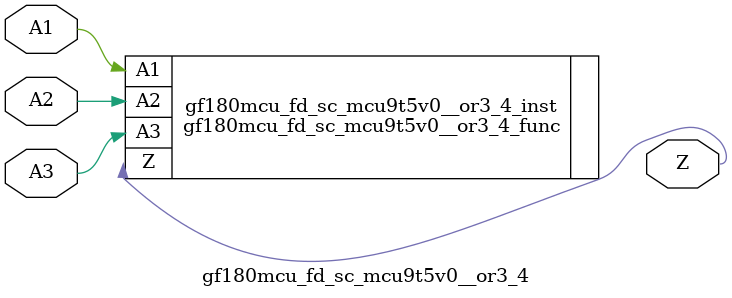
<source format=v>

module gf180mcu_fd_sc_mcu9t5v0__or3_4( A3, A2, A1, Z );
input A1, A2, A3;
output Z;

   `ifdef FUNCTIONAL  //  functional //

	gf180mcu_fd_sc_mcu9t5v0__or3_4_func gf180mcu_fd_sc_mcu9t5v0__or3_4_behav_inst(.A3(A3),.A2(A2),.A1(A1),.Z(Z));

   `else

	gf180mcu_fd_sc_mcu9t5v0__or3_4_func gf180mcu_fd_sc_mcu9t5v0__or3_4_inst(.A3(A3),.A2(A2),.A1(A1),.Z(Z));

	// spec_gates_begin


	// spec_gates_end



   specify

	// specify_block_begin

	// comb arc A1 --> Z
	 (A1 => Z) = (1.0,1.0);

	// comb arc A2 --> Z
	 (A2 => Z) = (1.0,1.0);

	// comb arc A3 --> Z
	 (A3 => Z) = (1.0,1.0);

	// specify_block_end

   endspecify

   `endif

endmodule

</source>
